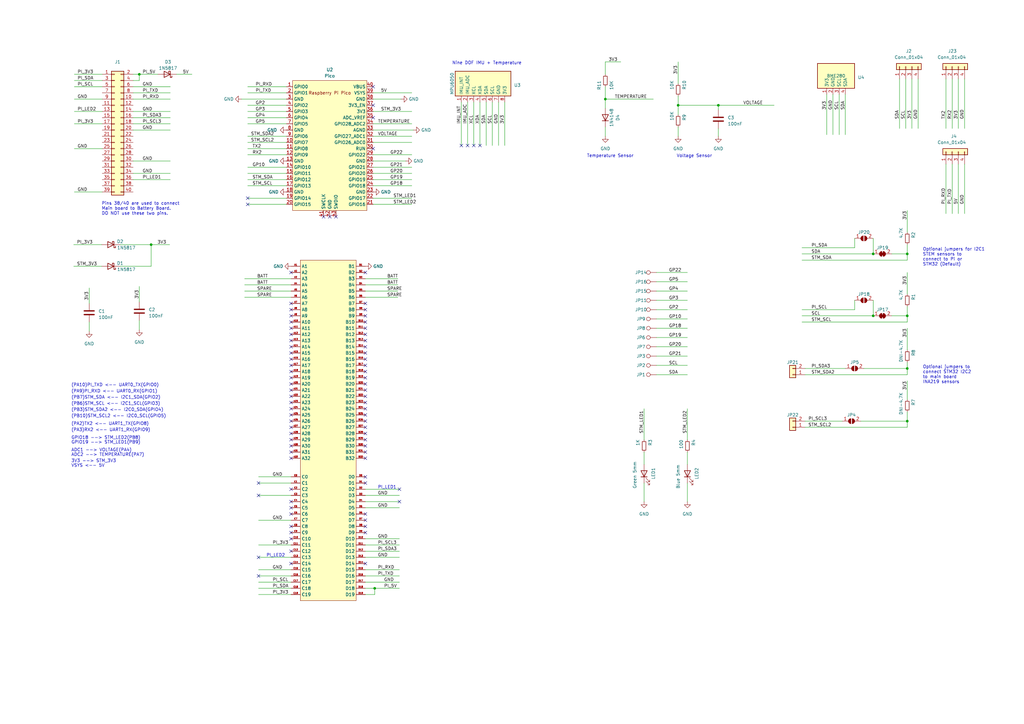
<source format=kicad_sch>
(kicad_sch (version 20250114) (generator "eeschema") (generator_version "9.0")
  (paper "A3")
  (title_block (title "STEM Board") (date "2023-04-02") (rev "1.0") (company "NTUT"))
  (text "(PB3)STM_SDA2 <-- I2C0_SDA(GPIO4)" (at 29.21 168.91 0) (effects (font (size 1.27 1.27)) (justify left bottom)))
  (text "(PB7)STM_SDA <-- I2C1_SDA(GPIO2)" (at 29.21 163.83 0) (effects (font (size 1.27 1.27)) (justify left bottom)))
  (text "PI_LED2" (at 109.22 228.6 0) (effects (font (size 1.27 1.27)) (justify left bottom)))
  (text "Temperature Sensor" (at 240.665 64.77 0) (effects (font (size 1.27 1.27)) (justify left bottom)))
  (text "VSYS <-- 5V" (at 29.21 191.77 0) (effects (font (size 1.27 1.27)) (justify left bottom)))
  (text "(PA2)TX2 <-- UART1_TX(GPIO8)" (at 29.21 174.625 0) (effects (font (size 1.27 1.27)) (justify left bottom)))
  (text "3V3 --> STM_3V3" (at 29.21 189.865 0) (effects (font (size 1.27 1.27)) (justify left bottom)))
  (text "GPIO19 --> STM_LED1(PB9)" (at 29.21 182.245 0) (effects (font (size 1.27 1.27)) (justify left bottom)))
  (text "Pins 38/40 are used to connect\nMain board to Battery Board.\nDO NOT use these two pins.\n" (at 41.656 88.392 0) (effects (font (size 1.27 1.27)) (justify left bottom)))
  (text "PI_LED1" (at 154.94 200.66 0) (effects (font (size 1.27 1.27)) (justify left bottom)))
  (text "Optional jumpers to\nconnect STM32 I2C2\nto main board \nINA219 sensors" (at 378.46 157.48 0) (effects (font (size 1.27 1.27)) (justify left bottom)))
  (text "(PB6)STM_SCL <-- I2C1_SCL(GPIO3)" (at 29.21 166.37 0) (effects (font (size 1.27 1.27)) (justify left bottom)))
  (text "(PB10)STM_SCL2 <-- I2C0_SCL(GPIO5)" (at 29.21 171.45 0) (effects (font (size 1.27 1.27)) (justify left bottom)))
  (text "(PA9)PI_RXD <-- UART0_RX(GPIO1)" (at 29.21 161.29 0) (effects (font (size 1.27 1.27)) (justify left bottom)))
  (text "Optional jumpers for I2C1\nSTEM sensors to\nconnect to Pi or\nSTM32 (Default)" (at 378.46 109.22 0) (effects (font (size 1.27 1.27)) (justify left bottom)))
  (text "(PA10)PI_TXD <-- UART0_TX(GPIO0)" (at 29.21 158.75 0) (effects (font (size 1.27 1.27)) (justify left bottom)))
  (text "(PA3)RX2 <-- UART1_RX(GPIO9)" (at 29.21 177.165 0) (effects (font (size 1.27 1.27)) (justify left bottom)))
  (text "ADC2 --> TEMPERATURE(PA7)" (at 29.21 187.325 0) (effects (font (size 1.27 1.27)) (justify left bottom)))
  (text "GPIO18 --> STM_LED2(PB8)" (at 29.21 180.34 0) (effects (font (size 1.27 1.27)) (justify left bottom)))
  (text "Voltage Sensor" (at 277.495 64.77 0) (effects (font (size 1.27 1.27)) (justify left bottom)))
  (text "Nine DOF IMU + Temperature" (at 185.42 26.67 0) (effects (font (size 1.27 1.27)) (justify left bottom)))
  (text "ADC1 --> VOLTAGE(PA4)" (at 29.21 185.42 0) (effects (font (size 1.27 1.27)) (justify left bottom)))
  (junction (at 372.11 129.54))
  (junction (at 294.64 43.18))
  (junction (at 153.67 241.3))
  (junction (at 358.14 104.14))
  (junction (at 372.11 172.72))
  (junction (at 372.11 151.13))
  (junction (at 278.13 43.18))
  (junction (at 372.11 104.14))
  (junction (at 57.15 30.48))
  (junction (at 248.285 40.64))
  (junction (at 358.14 129.54))
  (junction (at 61.976 100.33))
  (no_connect (at 132.715 88.9))
  (no_connect (at 149.86 124.46))
  (no_connect (at 101.6 83.82))
  (no_connect (at 119.38 132.08))
  (no_connect (at 153.035 43.18))
  (no_connect (at 119.38 200.66))
  (no_connect (at 119.38 226.06))
  (no_connect (at 149.86 218.44))
  (no_connect (at 149.86 129.54))
  (no_connect (at 135.255 88.9))
  (no_connect (at 119.38 185.42))
  (no_connect (at 119.38 205.74))
  (no_connect (at 106.045 236.22))
  (no_connect (at 119.38 182.88))
  (no_connect (at 149.86 144.78))
  (no_connect (at 119.38 139.7))
  (no_connect (at 137.795 88.9))
  (no_connect (at 119.38 147.32))
  (no_connect (at 119.38 218.44))
  (no_connect (at 149.86 182.88))
  (no_connect (at 149.86 213.36))
  (no_connect (at 149.86 132.08))
  (no_connect (at 194.31 59.69))
  (no_connect (at 119.38 154.94))
  (no_connect (at 149.86 185.42))
  (no_connect (at 149.86 149.86))
  (no_connect (at 119.38 160.02))
  (no_connect (at 119.38 208.28))
  (no_connect (at 149.86 165.1))
  (no_connect (at 149.86 195.58))
  (no_connect (at 196.85 59.69))
  (no_connect (at 119.38 144.78))
  (no_connect (at 149.86 210.82))
  (no_connect (at 149.86 170.18))
  (no_connect (at 119.38 157.48))
  (no_connect (at 119.38 175.26))
  (no_connect (at 119.38 170.18))
  (no_connect (at 119.38 162.56))
  (no_connect (at 119.38 231.14))
  (no_connect (at 149.86 154.94))
  (no_connect (at 149.86 142.24))
  (no_connect (at 149.86 139.7))
  (no_connect (at 119.38 152.4))
  (no_connect (at 149.86 172.72))
  (no_connect (at 119.38 220.98))
  (no_connect (at 153.035 35.56))
  (no_connect (at 119.38 137.16))
  (no_connect (at 119.38 124.46))
  (no_connect (at 119.38 177.8))
  (no_connect (at 119.38 111.76))
  (no_connect (at 119.38 210.82))
  (no_connect (at 119.38 187.96))
  (no_connect (at 119.38 142.24))
  (no_connect (at 119.38 215.9))
  (no_connect (at 163.83 200.66))
  (no_connect (at 149.86 147.32))
  (no_connect (at 153.035 60.96))
  (no_connect (at 149.86 152.4))
  (no_connect (at 149.86 215.9))
  (no_connect (at 149.86 187.96))
  (no_connect (at 119.38 180.34))
  (no_connect (at 149.86 160.02))
  (no_connect (at 153.035 48.26))
  (no_connect (at 119.38 172.72))
  (no_connect (at 119.38 149.86))
  (no_connect (at 149.86 198.12))
  (no_connect (at 119.38 167.64))
  (no_connect (at 119.38 129.54))
  (no_connect (at 149.86 157.48))
  (no_connect (at 101.6 81.28))
  (no_connect (at 149.86 137.16))
  (no_connect (at 189.23 59.69))
  (no_connect (at 149.86 111.76))
  (no_connect (at 149.86 134.62))
  (no_connect (at 149.86 162.56))
  (no_connect (at 119.38 134.62))
  (no_connect (at 149.86 127))
  (no_connect (at 163.83 205.74))
  (no_connect (at 149.86 180.34))
  (no_connect (at 149.86 177.8))
  (no_connect (at 149.86 175.26))
  (no_connect (at 149.86 231.14))
  (no_connect (at 149.86 167.64))
  (no_connect (at 191.77 59.69))
  (no_connect (at 106.045 228.6))
  (no_connect (at 119.38 127))
  (no_connect (at 106.045 198.12))
  (no_connect (at 106.045 203.2))
  (no_connect (at 119.38 165.1))
  (wire (pts (xy 100.33 116.84) (xy 119.38 116.84)))
  (wire (pts (xy 101.6 38.1) (xy 117.475 38.1)))
  (wire (pts (xy 149.86 233.68) (xy 163.83 233.68)))
  (wire (pts (xy 269.24 149.86) (xy 281.94 149.86)))
  (wire (pts (xy 106.045 213.36) (xy 119.38 213.36)))
  (wire (pts (xy 372.11 125.73) (xy 372.11 129.54)))
  (wire (pts (xy 54.61 53.34) (xy 69.85 53.34)))
  (wire (pts (xy 372.11 100.33) (xy 372.11 104.14)))
  (wire (pts (xy 372.11 132.08) (xy 372.11 129.54)))
  (wire (pts (xy 101.6 43.18) (xy 117.475 43.18)))
  (wire (pts (xy 54.61 38.1) (xy 69.85 38.1)))
  (wire (pts (xy 248.285 40.64) (xy 267.97 40.64)))
  (wire (pts (xy 101.6 68.58) (xy 117.475 68.58)))
  (wire (pts (xy 346.71 38.735) (xy 346.71 55.245)))
  (wire (pts (xy 269.24 134.62) (xy 281.94 134.62)))
  (wire (pts (xy 54.61 73.66) (xy 69.85 73.66)))
  (wire (pts (xy 269.24 119.38) (xy 281.94 119.38)))
  (wire (pts (xy 30.48 50.8) (xy 41.91 50.8)))
  (wire (pts (xy 153.035 71.12) (xy 168.91 71.12)))
  (wire (pts (xy 149.86 228.6) (xy 163.83 228.6)))
  (wire (pts (xy 54.61 33.02) (xy 57.15 33.02)))
  (wire (pts (xy 281.94 198.12) (xy 281.94 205.74)))
  (wire (pts (xy 294.64 52.705) (xy 294.64 55.88)))
  (wire (pts (xy 153.035 76.2) (xy 168.91 76.2)))
  (wire (pts (xy 101.6 71.12) (xy 117.475 71.12)))
  (wire (pts (xy 36.576 132.08) (xy 36.576 135.89)))
  (wire (pts (xy 330.2 151.13) (xy 346.71 151.13)))
  (wire (pts (xy 248.285 52.07) (xy 248.285 55.88)))
  (wire (pts (xy 100.33 121.92) (xy 119.38 121.92)))
  (wire (pts (xy 248.285 40.64) (xy 248.285 44.45)))
  (wire (pts (xy 393.065 52.705) (xy 393.065 32.385)))
  (wire (pts (xy 248.285 30.48) (xy 248.285 25.4)))
  (wire (pts (xy 328.93 101.6) (xy 350.52 101.6)))
  (wire (pts (xy 354.33 151.13) (xy 372.11 151.13)))
  (wire (pts (xy 269.24 115.57) (xy 281.94 115.57)))
  (wire (pts (xy 372.11 86.36) (xy 372.11 95.25)))
  (wire (pts (xy 358.14 123.19) (xy 358.14 129.54)))
  (wire (pts (xy 371.475 52.705) (xy 371.475 32.385)))
  (wire (pts (xy 106.045 198.12) (xy 119.38 198.12)))
  (wire (pts (xy 153.67 243.84) (xy 153.67 241.3)))
  (wire (pts (xy 153.035 45.72) (xy 168.91 45.72)))
  (wire (pts (xy 269.24 146.05) (xy 281.94 146.05)))
  (wire (pts (xy 269.24 142.24) (xy 281.94 142.24)))
  (wire (pts (xy 153.035 63.5) (xy 168.91 63.5)))
  (wire (pts (xy 196.85 41.91) (xy 196.85 59.69)))
  (wire (pts (xy 106.045 236.22) (xy 119.38 236.22)))
  (wire (pts (xy 149.86 208.28) (xy 163.83 208.28)))
  (wire (pts (xy 149.86 238.76) (xy 163.83 238.76)))
  (wire (pts (xy 153.035 68.58) (xy 168.91 68.58)))
  (wire (pts (xy 387.985 87.63) (xy 387.985 67.31)))
  (wire (pts (xy 153.035 73.66) (xy 168.91 73.66)))
  (wire (pts (xy 278.13 52.07) (xy 278.13 55.88)))
  (wire (pts (xy 54.61 71.12) (xy 69.85 71.12)))
  (wire (pts (xy 328.93 127) (xy 350.52 127)))
  (wire (pts (xy 269.24 127) (xy 281.94 127)))
  (wire (pts (xy 153.035 50.8) (xy 168.91 50.8)))
  (wire (pts (xy 54.61 48.26) (xy 69.85 48.26)))
  (wire (pts (xy 199.39 41.91) (xy 199.39 59.69)))
  (wire (pts (xy 169.545 53.34) (xy 153.035 53.34)))
  (wire (pts (xy 204.47 41.91) (xy 204.47 59.69)))
  (wire (pts (xy 353.06 172.72) (xy 372.11 172.72)))
  (wire (pts (xy 294.64 45.085) (xy 294.64 43.18)))
  (wire (pts (xy 368.935 52.705) (xy 368.935 32.385)))
  (wire (pts (xy 365.76 104.14) (xy 372.11 104.14)))
  (wire (pts (xy 30.48 33.02) (xy 41.91 33.02)))
  (wire (pts (xy 372.11 148.59) (xy 372.11 151.13)))
  (wire (pts (xy 372.11 175.26) (xy 372.11 172.72)))
  (wire (pts (xy 101.6 76.2) (xy 117.475 76.2)))
  (wire (pts (xy 101.6 45.72) (xy 117.475 45.72)))
  (wire (pts (xy 372.11 172.72) (xy 372.11 168.91)))
  (wire (pts (xy 341.63 38.735) (xy 341.63 55.245)))
  (wire (pts (xy 49.276 109.22) (xy 61.976 109.22)))
  (wire (pts (xy 149.86 200.66) (xy 163.83 200.66)))
  (wire (pts (xy 164.465 40.64) (xy 153.035 40.64)))
  (wire (pts (xy 30.48 35.56) (xy 41.91 35.56)))
  (wire (pts (xy 372.11 153.67) (xy 372.11 151.13)))
  (wire (pts (xy 330.2 153.67) (xy 372.11 153.67)))
  (wire (pts (xy 390.525 87.63) (xy 390.525 67.31)))
  (wire (pts (xy 106.045 241.3) (xy 119.38 241.3)))
  (wire (pts (xy 106.045 195.58) (xy 119.38 195.58)))
  (wire (pts (xy 61.976 100.33) (xy 69.596 100.33)))
  (wire (pts (xy 101.6 81.28) (xy 117.475 81.28)))
  (wire (pts (xy 153.67 241.3) (xy 163.83 241.3)))
  (wire (pts (xy 294.64 43.18) (xy 317.5 43.18)))
  (wire (pts (xy 106.045 233.68) (xy 119.38 233.68)))
  (wire (pts (xy 101.6 58.42) (xy 117.475 58.42)))
  (wire (pts (xy 100.33 114.3) (xy 119.38 114.3)))
  (wire (pts (xy 387.985 52.705) (xy 387.985 32.385)))
  (wire (pts (xy 153.035 83.82) (xy 168.91 83.82)))
  (wire (pts (xy 395.605 87.63) (xy 395.605 67.31)))
  (wire (pts (xy 330.2 175.26) (xy 372.11 175.26)))
  (wire (pts (xy 30.48 30.48) (xy 41.91 30.48)))
  (wire (pts (xy 149.86 116.84) (xy 163.195 116.84)))
  (wire (pts (xy 149.86 119.38) (xy 163.195 119.38)))
  (wire (pts (xy 101.6 50.8) (xy 117.475 50.8)))
  (wire (pts (xy 54.61 40.64) (xy 69.85 40.64)))
  (wire (pts (xy 153.035 58.42) (xy 168.91 58.42)))
  (wire (pts (xy 30.226 109.22) (xy 41.656 109.22)))
  (wire (pts (xy 374.015 52.705) (xy 374.015 32.385)))
  (wire (pts (xy 328.93 132.08) (xy 372.11 132.08)))
  (wire (pts (xy 350.52 97.79) (xy 350.52 101.6)))
  (wire (pts (xy 101.6 73.66) (xy 117.475 73.66)))
  (wire (pts (xy 269.24 130.81) (xy 281.94 130.81)))
  (wire (pts (xy 264.16 185.42) (xy 264.16 190.5)))
  (wire (pts (xy 36.576 118.11) (xy 36.576 124.46)))
  (wire (pts (xy 339.09 38.735) (xy 339.09 55.245)))
  (wire (pts (xy 281.94 185.42) (xy 281.94 190.5)))
  (wire (pts (xy 54.61 50.8) (xy 69.85 50.8)))
  (wire (pts (xy 372.11 106.68) (xy 372.11 104.14)))
  (wire (pts (xy 149.86 121.92) (xy 163.195 121.92)))
  (wire (pts (xy 328.93 106.68) (xy 372.11 106.68)))
  (wire (pts (xy 372.11 111.76) (xy 372.11 120.65)))
  (wire (pts (xy 106.045 243.84) (xy 119.38 243.84)))
  (wire (pts (xy 264.16 167.64) (xy 264.16 180.34)))
  (wire (pts (xy 372.11 156.21) (xy 372.11 163.83)))
  (wire (pts (xy 149.86 220.98) (xy 163.83 220.98)))
  (wire (pts (xy 278.13 43.18) (xy 278.13 46.99)))
  (wire (pts (xy 248.285 35.56) (xy 248.285 40.64)))
  (wire (pts (xy 30.48 60.96) (xy 41.91 60.96)))
  (wire (pts (xy 153.035 55.88) (xy 168.91 55.88)))
  (wire (pts (xy 344.17 38.735) (xy 344.17 55.245)))
  (wire (pts (xy 264.16 198.12) (xy 264.16 205.74)))
  (wire (pts (xy 101.6 60.96) (xy 117.475 60.96)))
  (wire (pts (xy 390.525 52.705) (xy 390.525 32.385)))
  (wire (pts (xy 201.93 41.91) (xy 201.93 59.69)))
  (wire (pts (xy 269.24 123.19) (xy 281.94 123.19)))
  (wire (pts (xy 106.045 223.52) (xy 119.38 223.52)))
  (wire (pts (xy 166.37 66.04) (xy 153.035 66.04)))
  (wire (pts (xy 54.61 35.56) (xy 69.85 35.56)))
  (wire (pts (xy 30.48 45.72) (xy 41.91 45.72)))
  (wire (pts (xy 149.86 203.2) (xy 163.83 203.2)))
  (wire (pts (xy 294.64 43.18) (xy 278.13 43.18)))
  (wire (pts (xy 278.13 39.37) (xy 278.13 43.18)))
  (wire (pts (xy 57.15 30.48) (xy 57.15 33.02)))
  (wire (pts (xy 254.635 25.4) (xy 248.285 25.4)))
  (wire (pts (xy 61.976 109.22) (xy 61.976 100.33)))
  (wire (pts (xy 54.61 66.04) (xy 69.85 66.04)))
  (wire (pts (xy 101.6 83.82) (xy 117.475 83.82)))
  (wire (pts (xy 281.94 167.64) (xy 281.94 180.34)))
  (wire (pts (xy 106.045 238.76) (xy 119.38 238.76)))
  (wire (pts (xy 278.13 25.4) (xy 278.13 34.29)))
  (wire (pts (xy 49.276 100.33) (xy 61.976 100.33)))
  (wire (pts (xy 328.93 104.14) (xy 358.14 104.14)))
  (wire (pts (xy 269.24 111.76) (xy 281.94 111.76)))
  (wire (pts (xy 194.31 41.91) (xy 194.31 59.69)))
  (wire (pts (xy 57.15 131.445) (xy 57.15 135.255)))
  (wire (pts (xy 393.065 87.63) (xy 393.065 67.31)))
  (wire (pts (xy 54.61 30.48) (xy 57.15 30.48)))
  (wire (pts (xy 30.48 40.64) (xy 41.91 40.64)))
  (wire (pts (xy 269.24 153.67) (xy 281.94 153.67)))
  (wire (pts (xy 330.2 172.72) (xy 345.44 172.72)))
  (wire (pts (xy 365.76 129.54) (xy 372.11 129.54)))
  (wire (pts (xy 153.67 241.3) (xy 149.86 241.3)))
  (wire (pts (xy 207.01 41.91) (xy 207.01 59.69)))
  (wire (pts (xy 149.86 236.22) (xy 163.83 236.22)))
  (wire (pts (xy 358.14 97.79) (xy 358.14 104.14)))
  (wire (pts (xy 101.6 35.56) (xy 117.475 35.56)))
  (wire (pts (xy 149.86 114.3) (xy 163.195 114.3)))
  (wire (pts (xy 57.15 30.48) (xy 64.77 30.48)))
  (wire (pts (xy 149.86 243.84) (xy 153.67 243.84)))
  (wire (pts (xy 101.6 48.26) (xy 117.475 48.26)))
  (wire (pts (xy 101.6 55.88) (xy 117.475 55.88)))
  (wire (pts (xy 350.52 123.19) (xy 350.52 127)))
  (wire (pts (xy 153.035 81.28) (xy 168.91 81.28)))
  (wire (pts (xy 153.035 38.1) (xy 168.91 38.1)))
  (wire (pts (xy 57.15 117.475) (xy 57.15 123.825)))
  (wire (pts (xy 328.93 129.54) (xy 358.14 129.54)))
  (wire (pts (xy 72.39 30.48) (xy 78.74 30.48)))
  (wire (pts (xy 99.06 40.64) (xy 117.475 40.64)))
  (wire (pts (xy 191.77 41.91) (xy 191.77 59.69)))
  (wire (pts (xy 30.226 100.33) (xy 41.656 100.33)))
  (wire (pts (xy 100.33 119.38) (xy 119.38 119.38)))
  (wire (pts (xy 149.86 223.52) (xy 163.83 223.52)))
  (wire (pts (xy 376.555 52.705) (xy 376.555 32.385)))
  (wire (pts (xy 54.61 45.72) (xy 69.85 45.72)))
  (wire (pts (xy 395.605 52.705) (xy 395.605 32.385)))
  (wire (pts (xy 149.86 226.06) (xy 163.83 226.06)))
  (wire (pts (xy 106.045 228.6) (xy 119.38 228.6)))
  (wire (pts (xy 269.24 138.43) (xy 281.94 138.43)))
  (wire (pts (xy 189.23 41.91) (xy 189.23 59.69)))
  (wire (pts (xy 106.045 203.2) (xy 119.38 203.2)))
  (wire (pts (xy 101.6 63.5) (xy 117.475 63.5)))
  (wire (pts (xy 372.11 134.62) (xy 372.11 143.51)))
  (wire (pts (xy 30.48 78.74) (xy 41.91 78.74)))
  (wire (pts (xy 149.86 205.74) (xy 163.83 205.74)))
  (label "BATT" (at 105.41 116.84 0))
  (label "STM_LED2" (at 281.94 177.8 90))
  (label "GND" (at 376.555 48.895 90))
  (label "GND" (at 154.94 208.28 0))
  (label "5V" (at 156.21 38.1 0))
  (label "PI_3V3" (at 31.496 100.33 0))
  (label "PI_5V" (at 58.42 30.48 0))
  (label "SDA" (at 199.39 50.8 90))
  (label "GND" (at 111.76 213.36 0))
  (label "GND" (at 395.605 48.895 90))
  (label "PI_3V3" (at 31.75 50.8 0))
  (label "3V3" (at 278.13 30.48 90))
  (label "SPARE" (at 158.75 119.38 0))
  (label "GP21" (at 160.02 68.58 0))
  (label "GP10" (at 274.32 130.81 0))
  (label "PI_SCL" (at 111.76 238.76 0))
  (label "VOLTAGE" (at 154.94 55.88 0))
  (label "GP18" (at 274.32 134.62 0))
  (label "TEMPERATURE" (at 154.94 50.8 0))
  (label "SCL" (at 274.32 149.86 0))
  (label "BATT" (at 158.75 116.84 0))
  (label "GND" (at 204.47 50.8 90))
  (label "GND" (at 154.94 220.98 0))
  (label "SCL" (at 344.17 45.085 90))
  (label "GND" (at 58.42 53.34 0))
  (label "GND" (at 111.76 233.68 0))
  (label "STM_SCL" (at 332.74 132.08 0))
  (label "PI_SDA3" (at 332.74 151.13 0))
  (label "PI_3V3" (at 111.76 243.84 0))
  (label "PI_RXD" (at 58.42 40.64 0))
  (label "SDA" (at 274.32 153.67 0))
  (label "3V3" (at 57.15 122.555 90))
  (label "STM_SDA" (at 332.74 106.68 0))
  (label "3V3" (at 372.11 160.02 90))
  (label "SPARE" (at 158.75 121.92 0))
  (label "GP5" (at 104.775 50.8 0))
  (label "TEMPERATURE" (at 252.095 40.64 0))
  (label "STM_SDA2" (at 102.87 55.88 0))
  (label "3V3" (at 374.015 48.895 90))
  (label "IMU_INT" (at 189.23 50.8 90))
  (label "3V3" (at 372.11 138.43 90))
  (label "3V3" (at 372.11 90.17 90))
  (label "GP22" (at 274.32 111.76 0))
  (label "GP21" (at 274.32 146.05 0))
  (label "PI_SCL3" (at 331.47 172.72 0))
  (label "PI_SCL3" (at 154.94 223.52 0))
  (label "STM_3V3" (at 31.496 109.22 0))
  (label "PI_SCL" (at 332.74 127 0))
  (label "STM_3V3" (at 156.21 45.72 0))
  (label "GND" (at 154.94 228.6 0))
  (label "PI_SDA" (at 111.76 241.3 0))
  (label "SCL" (at 201.93 50.8 90))
  (label "GP2" (at 104.775 43.18 0))
  (label "GP22" (at 160.02 63.5 0))
  (label "GND" (at 341.63 45.085 90))
  (label "RX2" (at 103.505 63.5 0))
  (label "PI_SDA3" (at 154.94 226.06 0))
  (label "STM_SCL2" (at 102.87 58.42 0))
  (label "3V3" (at 36.576 123.19 90))
  (label "PI_TXD" (at 390.525 83.82 90))
  (label "XCL" (at 194.31 50.8 90))
  (label "BATT" (at 105.41 114.3 0))
  (label "GP20" (at 160.02 71.12 0))
  (label "GP10" (at 103.505 68.58 0))
  (label "PI_TXD" (at 104.775 38.1 0))
  (label "STM_SDA2" (at 332.74 153.67 0))
  (label "PI_RXD" (at 387.985 83.82 90))
  (label "5V" (at 393.065 83.82 90))
  (label "GND" (at 154.94 203.2 0))
  (label "GP3" (at 274.32 123.19 0))
  (label "TX2" (at 103.505 60.96 0))
  (label "PI_SCL" (at 31.75 35.56 0))
  (label "PI_3V3" (at 111.76 223.52 0))
  (label "PI_3V3" (at 31.75 30.48 0))
  (label "GND" (at 31.75 40.64 0))
  (label "SPARE" (at 105.41 121.92 0))
  (label "SPARE" (at 105.41 119.38 0))
  (label "STM_LED1" (at 161.29 81.28 0))
  (label "PI_LED2" (at 31.75 45.72 0))
  (label "RX2" (at 390.525 48.895 90))
  (label "GND" (at 395.605 83.82 90))
  (label "STM_LED1" (at 264.16 177.8 90))
  (label "VOLTAGE" (at 304.8 43.18 0))
  (label "GP19" (at 274.32 138.43 0))
  (label "SDA" (at 332.74 104.14 0))
  (label "STM_LED2" (at 161.29 83.82 0))
  (label "XDA" (at 196.85 50.8 90))
  (label "GP5" (at 274.32 115.57 0))
  (label "STM_SCL2" (at 331.47 175.26 0))
  (label "PI_TXD" (at 154.94 236.22 0))
  (label "3V3" (at 207.01 50.8 90))
  (label "GP19" (at 160.02 73.66 0))
  (label "SDA" (at 368.935 48.895 90))
  (label "GP4" (at 274.32 119.38 0))
  (label "3V3" (at 249.555 25.4 0))
  (label "GND" (at 58.42 71.12 0))
  (label "PI_RXD" (at 104.775 35.56 0))
  (label "PI_5V" (at 157.48 241.3 0))
  (label "PI_SDA" (at 332.74 101.6 0))
  (label "PI_RXD" (at 154.94 233.68 0))
  (label "SDA" (at 346.71 45.085 90))
  (label "PI_LED1" (at 58.42 73.66 0))
  (label "GND" (at 111.76 195.58 0))
  (label "SCL" (at 332.74 129.54 0))
  (label "PI_SDA3" (at 58.42 48.26 0))
  (label "GND" (at 31.75 78.74 0))
  (label "3V3" (at 64.516 100.33 0))
  (label "PI_SCL3" (at 58.42 50.8 0))
  (label "5V" (at 74.93 30.48 0))
  (label "PI_TXD" (at 58.42 38.1 0))
  (label "3V3" (at 339.09 45.085 90))
  (label "GP20" (at 274.32 142.24 0))
  (label "BATT" (at 158.75 114.3 0))
  (label "STM_SCL" (at 103.505 76.2 0))
  (label "GND" (at 58.42 66.04 0))
  (label "GP18" (at 160.02 76.2 0))
  (label "GP2" (at 274.32 127 0))
  (label "GP3" (at 104.775 45.72 0))
  (label "SCL" (at 371.475 48.895 90))
  (label "GND" (at 157.48 238.76 0))
  (label "GP4" (at 104.775 48.26 0))
  (label "GND" (at 58.42 35.56 0))
  (label "GND" (at 31.75 60.96 0))
  (label "PI_SDA" (at 31.75 33.02 0))
  (label "IMU_ADC" (at 191.77 50.8 90))
  (label "3V3" (at 372.11 116.84 90))
  (label "STM_SDA" (at 103.505 73.66 0))
  (label "TX2" (at 387.985 48.895 90))
  (label "3V3" (at 393.065 48.895 90))
  (label "GND" (at 58.42 45.72 0))
  (symbol (lib_id "Connector_Generic:Conn_01x02") (at 325.12 175.26 180) (unit 1)
    (property "Reference" "JP22" (at 325.12 170.18 0))
    (property "Value" "Conn_01x02" (effects (hide yes)))
    (property "Footprint" "Connector_PinHeader_2.54mm:PinHeader_1x02_P2.54mm_Vertical" (effects (hide yes)))
  )
  (symbol (lib_id "power:GND") (at 166.37 66.04 90) (unit 1)
    (property "Reference" "#PWR014" (effects (hide yes)))
    (property "Value" "GND" (at 169.545 66.04 90) (effects (justify right)))
  )
  (symbol (lib_id "Jumper:SolderJumper_2_Open") (at 350.52 151.13 0) (unit 1)
    (property "Reference" "JP5" (at 350.52 148.59 0))
    (property "Value" "SolderJumper_2_Open" (effects (hide yes)))
    (property "Footprint" "Jumper:SolderJumper-2_P1.3mm_Open_Pad1.0x1.5mm" (effects (hide yes)))
  )
  (symbol (lib_id "Diode:1N5817") (at 45.466 100.33 180) (unit 1)
    (property "Reference" "D2" (at 49.276 99.06 0))
    (property "Value" "1N5817" (at 51.816 101.6 0))
    (property "Footprint" "Library:1N5817_TH_100mil" (effects (hide yes)))
    (property "Datasheet" "http://www.vishay.com/docs/88525/1n5817.pdf" (effects (hide yes)))
  )
  (symbol (lib_id "Connector_Generic:Conn_01x04") (at 390.525 27.305 90) (unit 1)
    (property "Reference" "J23" (at 392.43 20.955 90) (effects (justify left)))
    (property "Value" "Conn_01x04" (at 396.24 23.495 90) (effects (justify left)))
    (property "Footprint" "Connector_PinHeader_2.54mm:PinHeader_1x04_P2.54mm_Vertical" (effects (hide yes)))
  )
  (symbol (lib_id "power:GND") (at 248.285 55.88 0) (unit 1)
    (property "Reference" "#PWR08" (effects (hide yes)))
    (property "Value" "GND" (at 248.285 60.96 0))
  )
  (symbol (lib_id "CubeSatSim_Library:BME280_Module") (at 342.9 31.115 0) (unit 1)
    (property "Reference" "U4" (at 351.79 31.75 0) (effects (justify left)))
    (property "Value" "BME280" (at 342.9 31.115 0))
    (property "Footprint" "Library:BME280_Module" (effects (hide yes)))
  )
  (symbol (lib_id "Jumper:SolderJumper_2_Bridged") (at 361.95 104.14 0) (unit 1)
    (property "Reference" "JP19" (at 361.95 101.6 0))
    (property "Value" "SolderJumper_2_Bridged" (effects (hide yes)))
    (property "Footprint" "Jumper:SolderJumper-2_P1.3mm_Bridged_Pad1.0x1.5mm" (effects (hide yes)))
  )
  (symbol (lib_id "Basic:Pico") (at 135.255 59.69 0) (unit 1)
    (property "Reference" "U2" (at 135.255 28.575 0))
    (property "Value" "Pico" (at 135.255 31.115 0))
    (property "Footprint" "Basic:RPi_Pico_TH" (effects (hide yes)))
  )
  (symbol (lib_id "Device:R_Small") (at 281.94 182.88 0) (unit 1)
    (property "Reference" "R4" (at 284.48 182.88 90) (effects (justify left)))
    (property "Value" "100" (at 279.4 184.15 90) (effects (justify left)))
    (property "Footprint" "Library:R_TH_V_2.54" (effects (hide yes)))
  )
  (symbol (lib_id "Connector:TestPoint") (at 269.24 149.86 90) (unit 1)
    (property "Reference" "JP2" (at 262.89 149.86 90))
    (property "Value" "TestPoint" (effects (hide yes)))
    (property "Footprint" "Library:Test_Point_Vertical_S" (effects (hide yes)))
  )
  (symbol (lib_id "Device:R_Small") (at 372.11 97.79 0) (unit 1)
    (property "Reference" "R2" (at 374.65 97.79 90) (effects (justify left)))
    (property "Value" "4.7K" (at 369.57 97.79 90) (effects (justify left)))
    (property "Footprint" "Library:R_TH_V_2.54" (effects (hide yes)))
  )
  (symbol (lib_id "power:GND") (at 99.06 40.64 270) (unit 1)
    (property "Reference" "#PWR09" (effects (hide yes)))
    (property "Value" "GND" (at 95.885 40.64 90) (effects (justify right)))
  )
  (symbol (lib_id "Connector:TestPoint") (at 269.24 123.19 90) (unit 1)
    (property "Reference" "JP11" (at 262.89 123.19 90))
    (property "Value" "TestPoint" (effects (hide yes)))
    (property "Footprint" "Library:Test_Point_Vertical_S" (effects (hide yes)))
  )
  (symbol (lib_id "power:GND") (at 169.545 53.34 90) (unit 1)
    (property "Reference" "#PWR013" (effects (hide yes)))
    (property "Value" "GND" (at 172.72 53.34 90) (effects (justify right)))
  )
  (symbol (lib_id "power:GND") (at 117.475 66.04 270) (unit 1)
    (property "Reference" "#PWR04" (effects (hide yes)))
    (property "Value" "GND" (at 114.3 66.04 90) (effects (justify right)))
  )
  (symbol (lib_id "Device:C") (at 57.15 127.635 0) (unit 1)
    (property "Reference" "C2" (at 60.96 127 0) (effects (justify left)))
    (property "Value" "100nF" (at 60.96 129.54 0) (effects (justify left)))
    (property "Footprint" "Library:AMSAT_C_TH_5.08" (effects (hide yes)))
  )
  (symbol (lib_id "VST104_symbols:PC104") (at 123.19 246.38 0) (unit 1)
    (property "Reference" "J3" (effects (hide yes)))
    (property "Footprint" "VST104_footprints:CubeSat_PC104_16bit_footprint_Edge.Cut" (effects (hide yes)))
  )
  (symbol (lib_id "Connector:TestPoint") (at 269.24 130.81 90) (unit 1)
    (property "Reference" "JP9" (at 262.89 130.81 90))
    (property "Value" "TestPoint" (effects (hide yes)))
    (property "Footprint" "Library:Test_Point_Vertical_S" (effects (hide yes)))
  )
  (symbol (lib_id "Connector_Generic:Conn_02x20_Odd_Even") (at 46.99 53.34 0) (unit 1)
    (property "Reference" "J1" (at 48.26 25.4 0))
    (property "Value" "Conn_02x20_Odd_Even" (effects (hide yes)))
    (property "Footprint" "Connector_PinHeader_2.54mm:PinHeader_2x20_P2.54mm_Vertical" (effects (hide yes)))
  )
  (symbol (lib_id "Connector:TestPoint") (at 269.24 111.76 90) (unit 1)
    (property "Reference" "JP14" (at 262.89 111.76 90))
    (property "Value" "TestPoint" (effects (hide yes)))
    (property "Footprint" "Library:Test_Point_Vertical_S" (effects (hide yes)))
  )
  (symbol (lib_id "Connector:TestPoint") (at 269.24 146.05 90) (unit 1)
    (property "Reference" "JP3" (at 262.89 146.05 90))
    (property "Value" "TestPoint" (effects (hide yes)))
    (property "Footprint" "Library:Test_Point_Vertical_S" (effects (hide yes)))
  )
  (symbol (lib_id "CubeSatSim_Library:MPU6050_IMU") (at 198.12 34.29 0) (unit 1)
    (property "Reference" "U3" (at 210.82 34.925 0) (effects (justify left)))
    (property "Value" "MPU6050" (at 185.42 34.29 90))
    (property "Footprint" "Library:MPU6050_IMU_Module" (effects (hide yes)))
  )
  (symbol (lib_id "Device:R_Small") (at 372.11 166.37 0) (unit 1)
    (property "Reference" "R7" (at 374.65 166.37 90) (effects (justify left)))
    (property "Value" "DNI-4.7K" (at 369.57 170.18 90) (effects (justify left)))
    (property "Footprint" "Library:R_TH_V_2.54" (effects (hide yes)))
  )
  (symbol (lib_id "Connector:TestPoint") (at 269.24 142.24 90) (unit 1)
    (property "Reference" "JP7" (at 262.89 142.24 90))
    (property "Value" "TestPoint" (effects (hide yes)))
    (property "Footprint" "Library:Test_Point_Vertical_S" (effects (hide yes)))
  )
  (symbol (lib_id "Connector_Generic:Conn_01x04") (at 371.475 27.305 90) (unit 1)
    (property "Reference" "J2" (at 372.745 20.955 90))
    (property "Value" "Conn_01x04" (at 372.745 23.495 90))
    (property "Footprint" "Connector_PinHeader_2.54mm:PinHeader_1x04_P2.54mm_Vertical" (effects (hide yes)))
  )
  (symbol (lib_id "Connector_Generic:Conn_01x04") (at 390.525 62.23 90) (unit 1)
    (property "Reference" "J4" (at 392.43 55.88 90) (effects (justify left)))
    (property "Value" "Conn_01x04" (at 396.24 58.42 90) (effects (justify left)))
    (property "Footprint" "Connector_PinHeader_2.54mm:PinHeader_1x04_P2.54mm_Vertical" (effects (hide yes)))
  )
  (symbol (lib_id "Connector:TestPoint") (at 269.24 134.62 90) (unit 1)
    (property "Reference" "JP8" (at 262.89 134.62 90))
    (property "Value" "TestPoint" (effects (hide yes)))
    (property "Footprint" "Library:Test_Point_Vertical_S" (effects (hide yes)))
  )
  (symbol (lib_id "Diode:1N5817") (at 45.466 109.22 180) (unit 1)
    (property "Reference" "D1" (at 49.276 107.95 0))
    (property "Value" "1N5817" (at 51.816 110.49 0))
    (property "Footprint" "Library:1N5817_TH_100mil" (effects (hide yes)))
    (property "Datasheet" "http://www.vishay.com/docs/88525/1n5817.pdf" (effects (hide yes)))
  )
  (symbol (lib_id "Jumper:SolderJumper_2_Bridged") (at 361.95 129.54 0) (unit 1)
    (property "Reference" "JP17" (at 361.95 127 0))
    (property "Value" "SolderJumper_2_Bridged" (effects (hide yes)))
    (property "Footprint" "Jumper:SolderJumper-2_P1.3mm_Bridged_Pad1.0x1.5mm" (effects (hide yes)))
  )
  (symbol (lib_id "power:GND") (at 119.38 109.22 270) (unit 1)
    (property "Reference" "#PWR016" (effects (hide yes)))
    (property "Value" "GND" (at 116.205 109.22 90) (effects (justify right)))
  )
  (symbol (lib_id "Connector:TestPoint") (at 269.24 153.67 90) (unit 1)
    (property "Reference" "JP1" (at 262.89 153.67 90))
    (property "Value" "TestPoint" (effects (hide yes)))
    (property "Footprint" "Library:Test_Point_Vertical_S" (effects (hide yes)))
  )
  (symbol (lib_id "Device:R_Small") (at 372.11 146.05 0) (unit 1)
    (property "Reference" "R8" (at 374.65 146.05 90) (effects (justify left)))
    (property "Value" "DNI-4.7K" (at 369.57 148.59 90) (effects (justify left)))
    (property "Footprint" "Library:R_TH_V_2.54" (effects (hide yes)))
  )
  (symbol (lib_id "power:GND") (at 281.94 205.74 0) (unit 1)
    (property "Reference" "#PWR06" (effects (hide yes)))
    (property "Value" "GND" (at 281.94 210.82 0))
  )
  (symbol (lib_id "power:GND") (at 117.475 53.34 270) (unit 1)
    (property "Reference" "#PWR07" (effects (hide yes)))
    (property "Value" "GND" (at 113.665 53.34 90) (effects (justify right)))
  )
  (symbol (lib_id "Connector:TestPoint") (at 269.24 119.38 90) (unit 1)
    (property "Reference" "JP15" (at 262.89 119.38 90))
    (property "Value" "TestPoint" (effects (hide yes)))
    (property "Footprint" "Library:Test_Point_Vertical_S" (effects (hide yes)))
  )
  (symbol (lib_id "Device:C") (at 36.576 128.27 0) (unit 1)
    (property "Reference" "C1" (at 40.386 127.635 0) (effects (justify left)))
    (property "Value" "100nF" (at 40.386 130.175 0) (effects (justify left)))
    (property "Footprint" "Library:AMSAT_C_TH_5.08" (effects (hide yes)))
  )
  (symbol (lib_id "Jumper:SolderJumper_2_Open") (at 354.33 123.19 0) (unit 1)
    (property "Reference" "JP18" (at 354.33 120.65 0))
    (property "Value" "SolderJumper_2_Open" (effects (hide yes)))
    (property "Footprint" "Jumper:SolderJumper-2_P1.3mm_Open_Pad1.0x1.5mm" (effects (hide yes)))
  )
  (symbol (lib_id "Diode:1N4148") (at 248.285 48.26 90) (unit 1)
    (property "Reference" "D4" (at 253.365 48.26 0))
    (property "Value" "1N4148" (at 250.825 48.26 0))
    (property "Footprint" "Library:1N5817_TH_100mil" (effects (hide yes)))
    (property "Datasheet" "https://assets.nexperia.com/documents/data-sheet/1N4148_1N4448.pdf" (effects (hide yes)))
    (property "Sim.Device" "D" (effects (hide yes)))
    (property "Sim.Pins" "1=K 2=A" (effects (hide yes)))
  )
  (symbol (lib_id "Diode:1N5817") (at 68.58 30.48 180) (unit 1)
    (property "Reference" "D3" (at 68.8975 25.4 0))
    (property "Value" "1N5817" (at 68.8975 27.94 0))
    (property "Footprint" "Library:1N5817_TH_100mil" (effects (hide yes)))
    (property "Datasheet" "http://www.vishay.com/docs/88525/1n5817.pdf" (effects (hide yes)))
  )
  (symbol (lib_id "power:GND") (at 278.13 55.88 0) (unit 1)
    (property "Reference" "#PWR010" (effects (hide yes)))
    (property "Value" "GND" (at 278.13 60.96 0))
  )
  (symbol (lib_id "Device:R_Small") (at 278.13 36.83 0) (unit 1)
    (property "Reference" "R10" (at 280.67 36.83 90) (effects (justify left)))
    (property "Value" "10K" (at 275.59 36.83 90) (effects (justify left)))
    (property "Footprint" "Library:R_TH_V_2.54" (effects (hide yes)))
  )
  (symbol (lib_id "power:GND") (at 153.035 78.74 90) (unit 1)
    (property "Reference" "#PWR015" (effects (hide yes)))
    (property "Value" "GND" (at 156.21 78.74 90) (effects (justify right)))
  )
  (symbol (lib_id "Connector:TestPoint") (at 269.24 127 90) (unit 1)
    (property "Reference" "JP10" (at 262.89 127 90))
    (property "Value" "TestPoint" (effects (hide yes)))
    (property "Footprint" "Library:Test_Point_Vertical_S" (effects (hide yes)))
  )
  (symbol (lib_id "Device:R_Small") (at 278.13 49.53 0) (unit 1)
    (property "Reference" "R9" (at 280.67 49.53 90) (effects (justify left)))
    (property "Value" "10K" (at 275.59 49.53 90) (effects (justify left)))
    (property "Footprint" "Library:R_TH_V_2.54" (effects (hide yes)))
  )
  (symbol (lib_id "power:GND") (at 36.576 135.89 0) (unit 1)
    (property "Reference" "#PWR01" (effects (hide yes)))
    (property "Value" "GND" (at 36.576 140.97 0))
  )
  (symbol (lib_id "power:GND") (at 57.15 135.255 0) (unit 1)
    (property "Reference" "#PWR02" (effects (hide yes)))
    (property "Value" "GND" (at 57.15 140.335 0))
  )
  (symbol (lib_id "Device:C") (at 294.64 48.895 180) (unit 1)
    (property "Reference" "C3" (at 298.45 48.26 0) (effects (justify right)))
    (property "Value" "100nF" (at 298.45 50.8 0) (effects (justify right)))
    (property "Footprint" "Library:AMSAT_C_TH_5.08" (effects (hide yes)))
  )
  (symbol (lib_id "power:GND") (at 117.475 78.74 270) (unit 1)
    (property "Reference" "#PWR03" (effects (hide yes)))
    (property "Value" "GND" (at 114.3 78.74 90) (effects (justify right)))
  )
  (symbol (lib_id "power:GND") (at 294.64 55.88 0) (unit 1)
    (property "Reference" "#PWR011" (effects (hide yes)))
    (property "Value" "GND" (at 294.64 60.96 0))
  )
  (symbol (lib_id "Device:R_Small") (at 372.11 123.19 0) (unit 1)
    (property "Reference" "R1" (at 374.65 123.19 90) (effects (justify left)))
    (property "Value" "4.7K" (at 369.57 123.19 90) (effects (justify left)))
    (property "Footprint" "Library:R_TH_V_2.54" (effects (hide yes)))
  )
  (symbol (lib_id "Device:R_Small") (at 264.16 182.88 0) (unit 1)
    (property "Reference" "R3" (at 266.7 182.88 90) (effects (justify left)))
    (property "Value" "1K" (at 261.62 182.88 90) (effects (justify left)))
    (property "Footprint" "Library:R_TH_V_2.54" (effects (hide yes)))
  )
  (symbol (lib_id "Jumper:SolderJumper_2_Open") (at 354.33 97.79 0) (unit 1)
    (property "Reference" "JP20" (at 354.33 95.25 0))
    (property "Value" "SolderJumper_2_Open" (effects (hide yes)))
    (property "Footprint" "Jumper:SolderJumper-2_P1.3mm_Open_Pad1.0x1.5mm" (effects (hide yes)))
  )
  (symbol (lib_id "Connector_Generic:Conn_01x02") (at 325.12 153.67 180) (unit 1)
    (property "Reference" "JP21" (at 325.12 148.59 0))
    (property "Value" "Conn_01x02" (effects (hide yes)))
    (property "Footprint" "Connector_PinHeader_2.54mm:PinHeader_1x02_P2.54mm_Vertical" (effects (hide yes)))
  )
  (symbol (lib_id "power:GND") (at 264.16 205.74 0) (unit 1)
    (property "Reference" "#PWR05" (effects (hide yes)))
    (property "Value" "GND" (at 264.16 210.82 0))
  )
  (symbol (lib_id "power:GND") (at 164.465 40.64 90) (unit 1)
    (property "Reference" "#PWR012" (effects (hide yes)))
    (property "Value" "GND" (at 167.64 40.64 90) (effects (justify right)))
  )
  (symbol (lib_id "Connector:TestPoint") (at 269.24 115.57 90) (unit 1)
    (property "Reference" "JP16" (at 262.89 115.57 90))
    (property "Value" "TestPoint" (effects (hide yes)))
    (property "Footprint" "Library:Test_Point_Vertical_S" (effects (hide yes)))
  )
  (symbol (lib_id "Jumper:SolderJumper_2_Open") (at 349.25 172.72 0) (unit 1)
    (property "Reference" "JP4" (at 349.25 170.18 0))
    (property "Value" "SolderJumper_2_Open" (effects (hide yes)))
    (property "Footprint" "Jumper:SolderJumper-2_P1.3mm_Open_Pad1.0x1.5mm" (effects (hide yes)))
  )
  (symbol (lib_id "power:GND") (at 149.86 109.22 90) (unit 1)
    (property "Reference" "#PWR018" (effects (hide yes)))
    (property "Value" "GND" (at 153.035 109.22 90) (effects (justify right)))
  )
  (symbol (lib_id "Device:R_Small") (at 248.285 33.02 180) (unit 1)
    (property "Reference" "R11" (at 245.745 33.02 90) (effects (justify left)))
    (property "Value" "10K" (at 250.825 33.02 90) (effects (justify left)))
    (property "Footprint" "Library:R_TH_V_2.54" (effects (hide yes)))
  )
  (symbol (lib_id "Device:LED") (at 281.94 194.31 90) (unit 1)
    (property "Reference" "LED2" (at 285.75 191.77 0) (effects (justify right)))
    (property "Value" "Blue 5mm" (at 278.13 190.5 0) (effects (justify right)))
    (property "Footprint" "LED_THT:LED_D3.0mm" (effects (hide yes)))
  )
  (symbol (lib_id "Device:LED") (at 264.16 194.31 90) (unit 1)
    (property "Reference" "LED1" (at 267.97 191.77 0) (effects (justify right)))
    (property "Value" "Green 5mm" (at 260.35 189.23 0) (effects (justify right)))
    (property "Footprint" "LED_THT:LED_D3.0mm" (effects (hide yes)))
  )
  (symbol (lib_id "Connector:TestPoint") (at 269.24 138.43 90) (unit 1)
    (property "Reference" "JP6" (at 262.89 138.43 90))
    (property "Value" "TestPoint" (effects (hide yes)))
    (property "Footprint" "Library:Test_Point_Vertical_S" (effects (hide yes)))
  )
)
</source>
